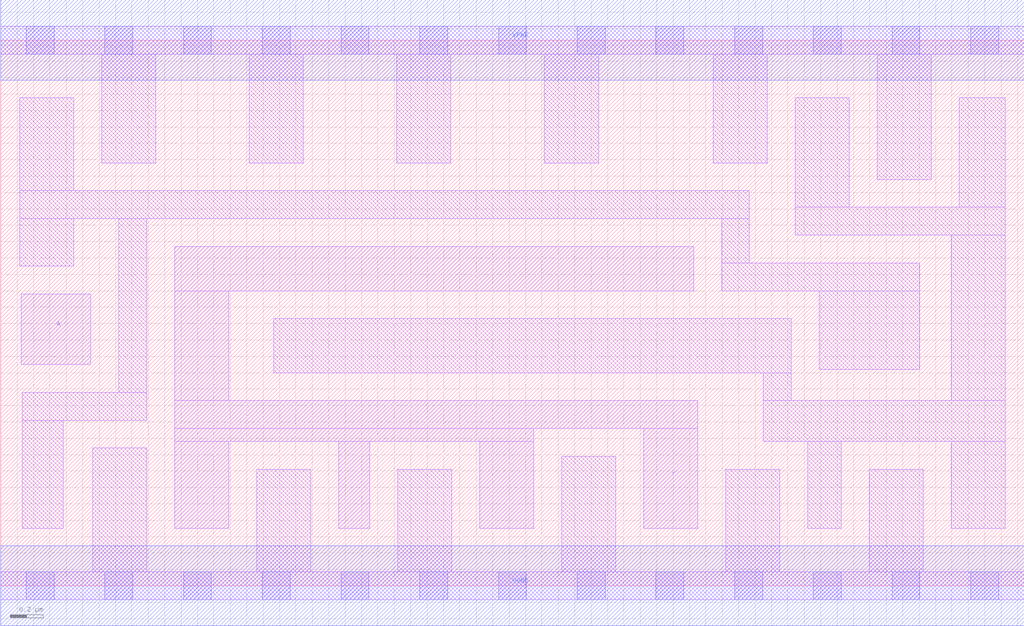
<source format=lef>
# Copyright 2020 The SkyWater PDK Authors
#
# Licensed under the Apache License, Version 2.0 (the "License");
# you may not use this file except in compliance with the License.
# You may obtain a copy of the License at
#
#     https://www.apache.org/licenses/LICENSE-2.0
#
# Unless required by applicable law or agreed to in writing, software
# distributed under the License is distributed on an "AS IS" BASIS,
# WITHOUT WARRANTIES OR CONDITIONS OF ANY KIND, either express or implied.
# See the License for the specific language governing permissions and
# limitations under the License.
#
# SPDX-License-Identifier: Apache-2.0

VERSION 5.7 ;
  NAMESCASESENSITIVE ON ;
  NOWIREEXTENSIONATPIN ON ;
  DIVIDERCHAR "/" ;
  BUSBITCHARS "[]" ;
UNITS
  DATABASE MICRONS 200 ;
END UNITS
MACRO sky130_fd_sc_ms__bufinv_8
  CLASS CORE ;
  SOURCE USER ;
  FOREIGN sky130_fd_sc_ms__bufinv_8 ;
  ORIGIN  0.000000  0.000000 ;
  SIZE  6.240000 BY  3.330000 ;
  SYMMETRY X Y ;
  SITE unit ;
  PIN A
    ANTENNAGATEAREA  0.312600 ;
    DIRECTION INPUT ;
    USE SIGNAL ;
    PORT
      LAYER li1 ;
        RECT 0.125000 1.350000 0.550000 1.780000 ;
    END
  END A
  PIN Y
    ANTENNADIFFAREA  2.250600 ;
    DIRECTION OUTPUT ;
    USE SIGNAL ;
    PORT
      LAYER li1 ;
        RECT 1.060000 0.350000 1.390000 0.880000 ;
        RECT 1.060000 0.880000 3.250000 0.960000 ;
        RECT 1.060000 0.960000 4.250000 1.130000 ;
        RECT 1.060000 1.130000 1.390000 1.800000 ;
        RECT 1.060000 1.800000 4.225000 2.070000 ;
        RECT 2.060000 0.350000 2.250000 0.880000 ;
        RECT 2.920000 0.350000 3.250000 0.880000 ;
        RECT 3.920000 0.350000 4.250000 0.960000 ;
    END
  END Y
  PIN VGND
    DIRECTION INOUT ;
    USE GROUND ;
    PORT
      LAYER met1 ;
        RECT 0.000000 -0.245000 6.240000 0.245000 ;
    END
  END VGND
  PIN VPWR
    DIRECTION INOUT ;
    USE POWER ;
    PORT
      LAYER met1 ;
        RECT 0.000000 3.085000 6.240000 3.575000 ;
    END
  END VPWR
  OBS
    LAYER li1 ;
      RECT 0.000000 -0.085000 6.240000 0.085000 ;
      RECT 0.000000  3.245000 6.240000 3.415000 ;
      RECT 0.115000  1.950000 0.445000 2.240000 ;
      RECT 0.115000  2.240000 4.565000 2.410000 ;
      RECT 0.115000  2.410000 0.445000 2.980000 ;
      RECT 0.130000  0.350000 0.380000 1.010000 ;
      RECT 0.130000  1.010000 0.890000 1.180000 ;
      RECT 0.560000  0.085000 0.890000 0.840000 ;
      RECT 0.615000  2.580000 0.945000 3.245000 ;
      RECT 0.720000  1.180000 0.890000 2.240000 ;
      RECT 1.515000  2.580000 1.845000 3.245000 ;
      RECT 1.560000  0.085000 1.890000 0.710000 ;
      RECT 1.665000  1.300000 4.820000 1.630000 ;
      RECT 2.415000  2.580000 2.745000 3.245000 ;
      RECT 2.420000  0.085000 2.750000 0.710000 ;
      RECT 3.315000  2.580000 3.645000 3.245000 ;
      RECT 3.420000  0.085000 3.750000 0.790000 ;
      RECT 4.345000  2.580000 4.675000 3.245000 ;
      RECT 4.395000  1.800000 5.605000 1.970000 ;
      RECT 4.395000  1.970000 4.565000 2.240000 ;
      RECT 4.420000  0.085000 4.750000 0.710000 ;
      RECT 4.650000  0.880000 6.125000 1.130000 ;
      RECT 4.650000  1.130000 4.820000 1.300000 ;
      RECT 4.845000  2.140000 6.125000 2.310000 ;
      RECT 4.845000  2.310000 5.175000 2.980000 ;
      RECT 4.920000  0.350000 5.125000 0.880000 ;
      RECT 4.990000  1.320000 5.605000 1.800000 ;
      RECT 5.295000  0.085000 5.625000 0.710000 ;
      RECT 5.345000  2.480000 5.675000 3.245000 ;
      RECT 5.795000  0.350000 6.125000 0.880000 ;
      RECT 5.795000  1.130000 6.125000 2.140000 ;
      RECT 5.845000  2.310000 6.125000 2.980000 ;
    LAYER mcon ;
      RECT 0.155000 -0.085000 0.325000 0.085000 ;
      RECT 0.155000  3.245000 0.325000 3.415000 ;
      RECT 0.635000 -0.085000 0.805000 0.085000 ;
      RECT 0.635000  3.245000 0.805000 3.415000 ;
      RECT 1.115000 -0.085000 1.285000 0.085000 ;
      RECT 1.115000  3.245000 1.285000 3.415000 ;
      RECT 1.595000 -0.085000 1.765000 0.085000 ;
      RECT 1.595000  3.245000 1.765000 3.415000 ;
      RECT 2.075000 -0.085000 2.245000 0.085000 ;
      RECT 2.075000  3.245000 2.245000 3.415000 ;
      RECT 2.555000 -0.085000 2.725000 0.085000 ;
      RECT 2.555000  3.245000 2.725000 3.415000 ;
      RECT 3.035000 -0.085000 3.205000 0.085000 ;
      RECT 3.035000  3.245000 3.205000 3.415000 ;
      RECT 3.515000 -0.085000 3.685000 0.085000 ;
      RECT 3.515000  3.245000 3.685000 3.415000 ;
      RECT 3.995000 -0.085000 4.165000 0.085000 ;
      RECT 3.995000  3.245000 4.165000 3.415000 ;
      RECT 4.475000 -0.085000 4.645000 0.085000 ;
      RECT 4.475000  3.245000 4.645000 3.415000 ;
      RECT 4.955000 -0.085000 5.125000 0.085000 ;
      RECT 4.955000  3.245000 5.125000 3.415000 ;
      RECT 5.435000 -0.085000 5.605000 0.085000 ;
      RECT 5.435000  3.245000 5.605000 3.415000 ;
      RECT 5.915000 -0.085000 6.085000 0.085000 ;
      RECT 5.915000  3.245000 6.085000 3.415000 ;
  END
END sky130_fd_sc_ms__bufinv_8
END LIBRARY

</source>
